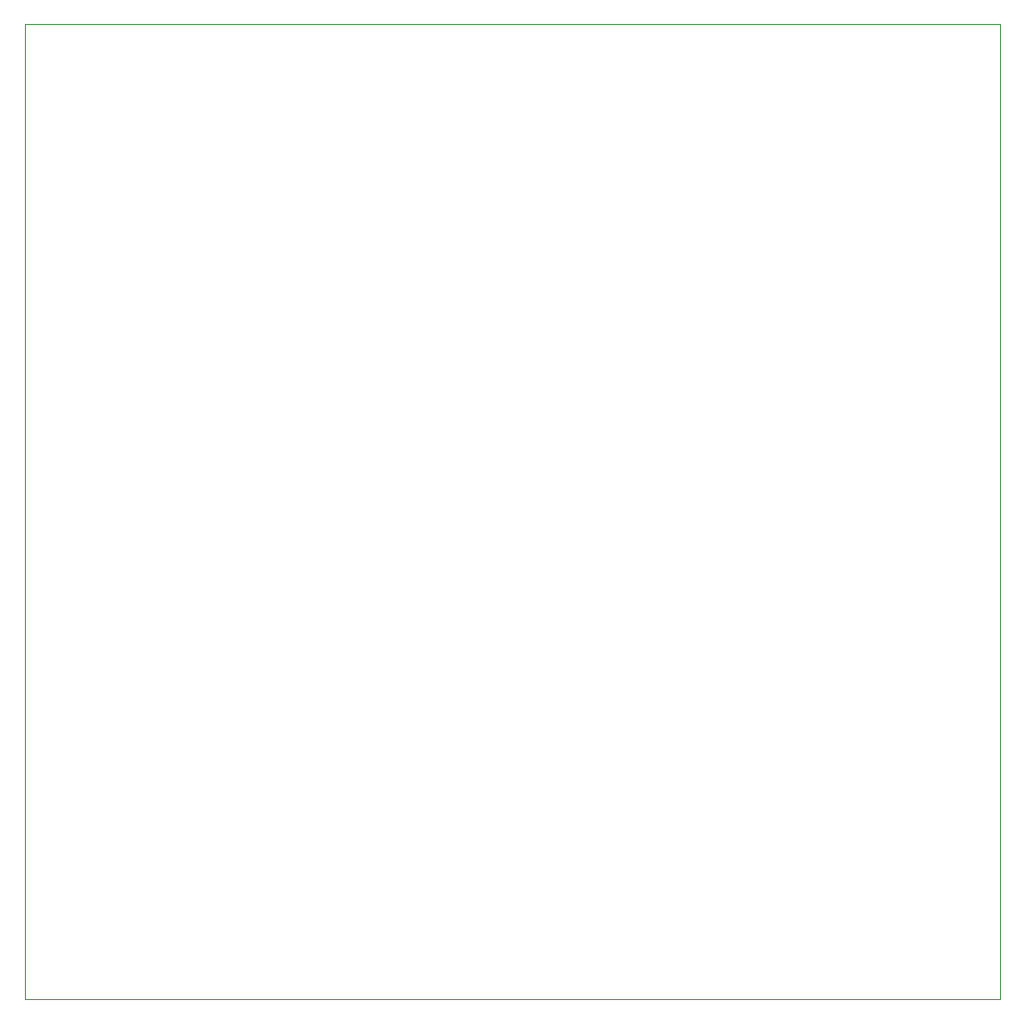
<source format=gm1>
%TF.GenerationSoftware,KiCad,Pcbnew,(5.1.9)-1*%
%TF.CreationDate,2021-05-19T11:39:12+08:00*%
%TF.ProjectId,KCORES CSPS to ATX Converter,4b434f52-4553-4204-9353-505320746f20,1.0*%
%TF.SameCoordinates,Original*%
%TF.FileFunction,Profile,NP*%
%FSLAX46Y46*%
G04 Gerber Fmt 4.6, Leading zero omitted, Abs format (unit mm)*
G04 Created by KiCad (PCBNEW (5.1.9)-1) date 2021-05-19 11:39:12*
%MOMM*%
%LPD*%
G01*
G04 APERTURE LIST*
%TA.AperFunction,Profile*%
%ADD10C,0.050000*%
%TD*%
G04 APERTURE END LIST*
D10*
X92400000Y-162750000D02*
X92400000Y-76650000D01*
X178500000Y-76650000D02*
X92400000Y-76650000D01*
X178500000Y-162750000D02*
X178500000Y-76650000D01*
X178500000Y-162750000D02*
X92400000Y-162750000D01*
M02*

</source>
